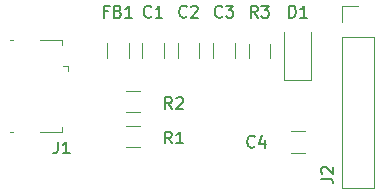
<source format=gbr>
G04 #@! TF.GenerationSoftware,KiCad,Pcbnew,(5.1.5)-3*
G04 #@! TF.CreationDate,2021-08-24T07:45:27-07:00*
G04 #@! TF.ProjectId,USB breakout,55534220-6272-4656-916b-6f75742e6b69,rev?*
G04 #@! TF.SameCoordinates,Original*
G04 #@! TF.FileFunction,Legend,Top*
G04 #@! TF.FilePolarity,Positive*
%FSLAX46Y46*%
G04 Gerber Fmt 4.6, Leading zero omitted, Abs format (unit mm)*
G04 Created by KiCad (PCBNEW (5.1.5)-3) date 2021-08-24 07:45:27*
%MOMM*%
%LPD*%
G04 APERTURE LIST*
%ADD10C,0.120000*%
%ADD11C,0.150000*%
G04 APERTURE END LIST*
D10*
X104512500Y-87100000D02*
X104512500Y-87550000D01*
X102662500Y-87100000D02*
X104512500Y-87100000D01*
X100112500Y-94900000D02*
X100362500Y-94900000D01*
X100112500Y-87100000D02*
X100362500Y-87100000D01*
X102662500Y-94900000D02*
X104512500Y-94900000D01*
X104512500Y-94900000D02*
X104512500Y-94450000D01*
X105062500Y-89300000D02*
X105062500Y-89750000D01*
X105062500Y-89300000D02*
X104612500Y-89300000D01*
X111340000Y-87385436D02*
X111340000Y-88589564D01*
X113160000Y-87385436D02*
X113160000Y-88589564D01*
X116160000Y-88589564D02*
X116160000Y-87385436D01*
X114340000Y-88589564D02*
X114340000Y-87385436D01*
X117340000Y-88589564D02*
X117340000Y-87385436D01*
X119160000Y-88589564D02*
X119160000Y-87385436D01*
X123897936Y-94840000D02*
X125102064Y-94840000D01*
X123897936Y-96660000D02*
X125102064Y-96660000D01*
X123365000Y-86387500D02*
X123365000Y-90447500D01*
X123365000Y-90447500D02*
X125635000Y-90447500D01*
X125635000Y-90447500D02*
X125635000Y-86387500D01*
X110160000Y-88589564D02*
X110160000Y-87385436D01*
X108340000Y-88589564D02*
X108340000Y-87385436D01*
X128245001Y-99605001D02*
X130905001Y-99605001D01*
X128245001Y-86845001D02*
X128245001Y-99605001D01*
X130905001Y-86845001D02*
X130905001Y-99605001D01*
X128245001Y-86845001D02*
X130905001Y-86845001D01*
X128245001Y-85575001D02*
X128245001Y-84245001D01*
X128245001Y-84245001D02*
X129575001Y-84245001D01*
X120340000Y-88614564D02*
X120340000Y-87410436D01*
X122160000Y-88614564D02*
X122160000Y-87410436D01*
X111127063Y-96160000D02*
X109922935Y-96160000D01*
X111127063Y-94340000D02*
X109922935Y-94340000D01*
X111127063Y-91404999D02*
X109922935Y-91404999D01*
X111127063Y-93224999D02*
X109922935Y-93224999D01*
D11*
X104166666Y-95702380D02*
X104166666Y-96416666D01*
X104119047Y-96559523D01*
X104023809Y-96654761D01*
X103880952Y-96702380D01*
X103785714Y-96702380D01*
X105166666Y-96702380D02*
X104595238Y-96702380D01*
X104880952Y-96702380D02*
X104880952Y-95702380D01*
X104785714Y-95845238D01*
X104690476Y-95940476D01*
X104595238Y-95988095D01*
X112083333Y-85107142D02*
X112035714Y-85154761D01*
X111892857Y-85202380D01*
X111797619Y-85202380D01*
X111654761Y-85154761D01*
X111559523Y-85059523D01*
X111511904Y-84964285D01*
X111464285Y-84773809D01*
X111464285Y-84630952D01*
X111511904Y-84440476D01*
X111559523Y-84345238D01*
X111654761Y-84250000D01*
X111797619Y-84202380D01*
X111892857Y-84202380D01*
X112035714Y-84250000D01*
X112083333Y-84297619D01*
X113035714Y-85202380D02*
X112464285Y-85202380D01*
X112750000Y-85202380D02*
X112750000Y-84202380D01*
X112654761Y-84345238D01*
X112559523Y-84440476D01*
X112464285Y-84488095D01*
X115083333Y-85107142D02*
X115035714Y-85154761D01*
X114892857Y-85202380D01*
X114797619Y-85202380D01*
X114654761Y-85154761D01*
X114559523Y-85059523D01*
X114511904Y-84964285D01*
X114464285Y-84773809D01*
X114464285Y-84630952D01*
X114511904Y-84440476D01*
X114559523Y-84345238D01*
X114654761Y-84250000D01*
X114797619Y-84202380D01*
X114892857Y-84202380D01*
X115035714Y-84250000D01*
X115083333Y-84297619D01*
X115464285Y-84297619D02*
X115511904Y-84250000D01*
X115607142Y-84202380D01*
X115845238Y-84202380D01*
X115940476Y-84250000D01*
X115988095Y-84297619D01*
X116035714Y-84392857D01*
X116035714Y-84488095D01*
X115988095Y-84630952D01*
X115416666Y-85202380D01*
X116035714Y-85202380D01*
X118083333Y-85107142D02*
X118035714Y-85154761D01*
X117892857Y-85202380D01*
X117797619Y-85202380D01*
X117654761Y-85154761D01*
X117559523Y-85059523D01*
X117511904Y-84964285D01*
X117464285Y-84773809D01*
X117464285Y-84630952D01*
X117511904Y-84440476D01*
X117559523Y-84345238D01*
X117654761Y-84250000D01*
X117797619Y-84202380D01*
X117892857Y-84202380D01*
X118035714Y-84250000D01*
X118083333Y-84297619D01*
X118416666Y-84202380D02*
X119035714Y-84202380D01*
X118702380Y-84583333D01*
X118845238Y-84583333D01*
X118940476Y-84630952D01*
X118988095Y-84678571D01*
X119035714Y-84773809D01*
X119035714Y-85011904D01*
X118988095Y-85107142D01*
X118940476Y-85154761D01*
X118845238Y-85202380D01*
X118559523Y-85202380D01*
X118464285Y-85154761D01*
X118416666Y-85107142D01*
X120833333Y-96107142D02*
X120785714Y-96154761D01*
X120642857Y-96202380D01*
X120547619Y-96202380D01*
X120404761Y-96154761D01*
X120309523Y-96059523D01*
X120261904Y-95964285D01*
X120214285Y-95773809D01*
X120214285Y-95630952D01*
X120261904Y-95440476D01*
X120309523Y-95345238D01*
X120404761Y-95250000D01*
X120547619Y-95202380D01*
X120642857Y-95202380D01*
X120785714Y-95250000D01*
X120833333Y-95297619D01*
X121690476Y-95535714D02*
X121690476Y-96202380D01*
X121452380Y-95154761D02*
X121214285Y-95869047D01*
X121833333Y-95869047D01*
X123761904Y-85202380D02*
X123761904Y-84202380D01*
X124000000Y-84202380D01*
X124142857Y-84250000D01*
X124238095Y-84345238D01*
X124285714Y-84440476D01*
X124333333Y-84630952D01*
X124333333Y-84773809D01*
X124285714Y-84964285D01*
X124238095Y-85059523D01*
X124142857Y-85154761D01*
X124000000Y-85202380D01*
X123761904Y-85202380D01*
X125285714Y-85202380D02*
X124714285Y-85202380D01*
X125000000Y-85202380D02*
X125000000Y-84202380D01*
X124904761Y-84345238D01*
X124809523Y-84440476D01*
X124714285Y-84488095D01*
X108416666Y-84678571D02*
X108083333Y-84678571D01*
X108083333Y-85202380D02*
X108083333Y-84202380D01*
X108559523Y-84202380D01*
X109273809Y-84678571D02*
X109416666Y-84726190D01*
X109464285Y-84773809D01*
X109511904Y-84869047D01*
X109511904Y-85011904D01*
X109464285Y-85107142D01*
X109416666Y-85154761D01*
X109321428Y-85202380D01*
X108940476Y-85202380D01*
X108940476Y-84202380D01*
X109273809Y-84202380D01*
X109369047Y-84250000D01*
X109416666Y-84297619D01*
X109464285Y-84392857D01*
X109464285Y-84488095D01*
X109416666Y-84583333D01*
X109369047Y-84630952D01*
X109273809Y-84678571D01*
X108940476Y-84678571D01*
X110464285Y-85202380D02*
X109892857Y-85202380D01*
X110178571Y-85202380D02*
X110178571Y-84202380D01*
X110083333Y-84345238D01*
X109988095Y-84440476D01*
X109892857Y-84488095D01*
X126452380Y-98833333D02*
X127166666Y-98833333D01*
X127309523Y-98880952D01*
X127404761Y-98976190D01*
X127452380Y-99119047D01*
X127452380Y-99214285D01*
X126547619Y-98404761D02*
X126500000Y-98357142D01*
X126452380Y-98261904D01*
X126452380Y-98023809D01*
X126500000Y-97928571D01*
X126547619Y-97880952D01*
X126642857Y-97833333D01*
X126738095Y-97833333D01*
X126880952Y-97880952D01*
X127452380Y-98452380D01*
X127452380Y-97833333D01*
X121083333Y-85202380D02*
X120750000Y-84726190D01*
X120511904Y-85202380D02*
X120511904Y-84202380D01*
X120892857Y-84202380D01*
X120988095Y-84250000D01*
X121035714Y-84297619D01*
X121083333Y-84392857D01*
X121083333Y-84535714D01*
X121035714Y-84630952D01*
X120988095Y-84678571D01*
X120892857Y-84726190D01*
X120511904Y-84726190D01*
X121416666Y-84202380D02*
X122035714Y-84202380D01*
X121702380Y-84583333D01*
X121845238Y-84583333D01*
X121940476Y-84630952D01*
X121988095Y-84678571D01*
X122035714Y-84773809D01*
X122035714Y-85011904D01*
X121988095Y-85107142D01*
X121940476Y-85154761D01*
X121845238Y-85202380D01*
X121559523Y-85202380D01*
X121464285Y-85154761D01*
X121416666Y-85107142D01*
X113833333Y-95847381D02*
X113500000Y-95371191D01*
X113261904Y-95847381D02*
X113261904Y-94847381D01*
X113642857Y-94847381D01*
X113738095Y-94895001D01*
X113785714Y-94942620D01*
X113833333Y-95037858D01*
X113833333Y-95180715D01*
X113785714Y-95275953D01*
X113738095Y-95323572D01*
X113642857Y-95371191D01*
X113261904Y-95371191D01*
X114785714Y-95847381D02*
X114214285Y-95847381D01*
X114500000Y-95847381D02*
X114500000Y-94847381D01*
X114404761Y-94990239D01*
X114309523Y-95085477D01*
X114214285Y-95133096D01*
X113833333Y-92952380D02*
X113500000Y-92476190D01*
X113261904Y-92952380D02*
X113261904Y-91952380D01*
X113642857Y-91952380D01*
X113738095Y-92000000D01*
X113785714Y-92047619D01*
X113833333Y-92142857D01*
X113833333Y-92285714D01*
X113785714Y-92380952D01*
X113738095Y-92428571D01*
X113642857Y-92476190D01*
X113261904Y-92476190D01*
X114214285Y-92047619D02*
X114261904Y-92000000D01*
X114357142Y-91952380D01*
X114595238Y-91952380D01*
X114690476Y-92000000D01*
X114738095Y-92047619D01*
X114785714Y-92142857D01*
X114785714Y-92238095D01*
X114738095Y-92380952D01*
X114166666Y-92952380D01*
X114785714Y-92952380D01*
M02*

</source>
